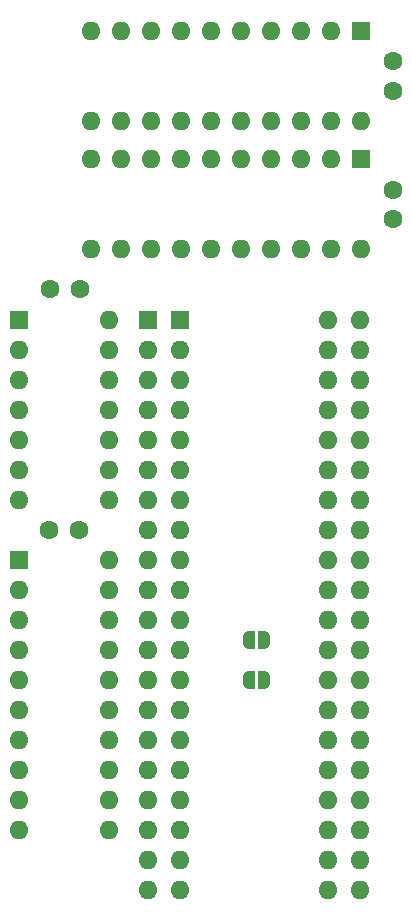
<source format=gbr>
%TF.GenerationSoftware,KiCad,Pcbnew,8.0.2*%
%TF.CreationDate,2024-05-20T19:48:17+02:00*%
%TF.ProjectId,MOS6566_Adapter,4d4f5336-3536-4365-9f41-646170746572,rev?*%
%TF.SameCoordinates,Original*%
%TF.FileFunction,Soldermask,Bot*%
%TF.FilePolarity,Negative*%
%FSLAX46Y46*%
G04 Gerber Fmt 4.6, Leading zero omitted, Abs format (unit mm)*
G04 Created by KiCad (PCBNEW 8.0.2) date 2024-05-20 19:48:17*
%MOMM*%
%LPD*%
G01*
G04 APERTURE LIST*
G04 Aperture macros list*
%AMFreePoly0*
4,1,19,0.500000,-0.750000,0.000000,-0.750000,0.000000,-0.744911,-0.071157,-0.744911,-0.207708,-0.704816,-0.327430,-0.627875,-0.420627,-0.520320,-0.479746,-0.390866,-0.500000,-0.250000,-0.500000,0.250000,-0.479746,0.390866,-0.420627,0.520320,-0.327430,0.627875,-0.207708,0.704816,-0.071157,0.744911,0.000000,0.744911,0.000000,0.750000,0.500000,0.750000,0.500000,-0.750000,0.500000,-0.750000,
$1*%
%AMFreePoly1*
4,1,19,0.000000,0.744911,0.071157,0.744911,0.207708,0.704816,0.327430,0.627875,0.420627,0.520320,0.479746,0.390866,0.500000,0.250000,0.500000,-0.250000,0.479746,-0.390866,0.420627,-0.520320,0.327430,-0.627875,0.207708,-0.704816,0.071157,-0.744911,0.000000,-0.744911,0.000000,-0.750000,-0.500000,-0.750000,-0.500000,0.750000,0.000000,0.750000,0.000000,0.744911,0.000000,0.744911,
$1*%
G04 Aperture macros list end*
%ADD10C,1.600000*%
%ADD11R,1.600000X1.600000*%
%ADD12O,1.600000X1.600000*%
%ADD13FreePoly0,0.000000*%
%ADD14FreePoly1,0.000000*%
G04 APERTURE END LIST*
D10*
%TO.C,C3*%
X107700000Y-52300000D03*
X110200000Y-52300000D03*
%TD*%
%TO.C,C1*%
X136700000Y-46400000D03*
X136700000Y-43900000D03*
%TD*%
%TO.C,C2*%
X136700000Y-35500000D03*
X136700000Y-33000000D03*
%TD*%
D11*
%TO.C,U3*%
X105100000Y-54880000D03*
D12*
X105100000Y-57420000D03*
X105100000Y-59960000D03*
X105100000Y-62500000D03*
X105100000Y-65040000D03*
X105100000Y-67580000D03*
X105100000Y-70120000D03*
X112720000Y-70120000D03*
X112720000Y-67580000D03*
X112720000Y-65040000D03*
X112720000Y-62500000D03*
X112720000Y-59960000D03*
X112720000Y-57420000D03*
X112720000Y-54880000D03*
%TD*%
D11*
%TO.C,U2*%
X116000000Y-54882000D03*
D12*
X116000000Y-57422000D03*
X116000000Y-59962000D03*
X116000000Y-62502000D03*
X116000000Y-65042000D03*
X116000000Y-67582000D03*
X116000000Y-70122000D03*
X116000000Y-72662000D03*
X116000000Y-75202000D03*
X116000000Y-77742000D03*
X116000000Y-80282000D03*
X116000000Y-82822000D03*
X116000000Y-85362000D03*
X116000000Y-87902000D03*
X116000000Y-90442000D03*
X116000000Y-92982000D03*
X116000000Y-95522000D03*
X116000000Y-98062000D03*
X116000000Y-100602000D03*
X116000000Y-103142000D03*
X131240000Y-103142000D03*
X131240000Y-100602000D03*
X131240000Y-98062000D03*
X131240000Y-95522000D03*
X131240000Y-92982000D03*
X131240000Y-90442000D03*
X131240000Y-87902000D03*
X131240000Y-85362000D03*
X131240000Y-82822000D03*
X131240000Y-80282000D03*
X131240000Y-77742000D03*
X131240000Y-75202000D03*
X131240000Y-72662000D03*
X131240000Y-70122000D03*
X131240000Y-67582000D03*
X131240000Y-65042000D03*
X131240000Y-62502000D03*
X131240000Y-59962000D03*
X131240000Y-57422000D03*
X131240000Y-54882000D03*
%TD*%
D11*
%TO.C,U6*%
X134011500Y-41280000D03*
D12*
X131471500Y-41280000D03*
X128931500Y-41280000D03*
X126391500Y-41280000D03*
X123851500Y-41280000D03*
X121311500Y-41280000D03*
X118771500Y-41280000D03*
X116231500Y-41280000D03*
X113691500Y-41280000D03*
X111151500Y-41280000D03*
X111151500Y-48900000D03*
X113691500Y-48900000D03*
X116231500Y-48900000D03*
X118771500Y-48900000D03*
X121311500Y-48900000D03*
X123851500Y-48900000D03*
X126391500Y-48900000D03*
X128931500Y-48900000D03*
X131471500Y-48900000D03*
X134011500Y-48900000D03*
%TD*%
D11*
%TO.C,U5*%
X105084000Y-75250000D03*
D12*
X105084000Y-77790000D03*
X105084000Y-80330000D03*
X105084000Y-82870000D03*
X105084000Y-85410000D03*
X105084000Y-87950000D03*
X105084000Y-90490000D03*
X105084000Y-93030000D03*
X105084000Y-95570000D03*
X105084000Y-98110000D03*
X112704000Y-98110000D03*
X112704000Y-95570000D03*
X112704000Y-93030000D03*
X112704000Y-90490000D03*
X112704000Y-87950000D03*
X112704000Y-85410000D03*
X112704000Y-82870000D03*
X112704000Y-80330000D03*
X112704000Y-77790000D03*
X112704000Y-75250000D03*
%TD*%
D11*
%TO.C,U1*%
X118660000Y-54882000D03*
D12*
X118660000Y-57422000D03*
X118660000Y-59962000D03*
X118660000Y-62502000D03*
X118660000Y-65042000D03*
X118660000Y-67582000D03*
X118660000Y-70122000D03*
X118660000Y-72662000D03*
X118660000Y-75202000D03*
X118660000Y-77742000D03*
X118660000Y-80282000D03*
X118660000Y-82822000D03*
X118660000Y-85362000D03*
X118660000Y-87902000D03*
X118660000Y-90442000D03*
X118660000Y-92982000D03*
X118660000Y-95522000D03*
X118660000Y-98062000D03*
X118660000Y-100602000D03*
X118660000Y-103142000D03*
X133900000Y-103142000D03*
X133900000Y-100602000D03*
X133900000Y-98062000D03*
X133900000Y-95522000D03*
X133900000Y-92982000D03*
X133900000Y-90442000D03*
X133900000Y-87902000D03*
X133900000Y-85362000D03*
X133900000Y-82822000D03*
X133900000Y-80282000D03*
X133900000Y-77742000D03*
X133900000Y-75202000D03*
X133900000Y-72662000D03*
X133900000Y-70122000D03*
X133900000Y-67582000D03*
X133900000Y-65042000D03*
X133900000Y-62502000D03*
X133900000Y-59962000D03*
X133900000Y-57422000D03*
X133900000Y-54882000D03*
%TD*%
D10*
%TO.C,C4*%
X107600000Y-72700000D03*
X110100000Y-72700000D03*
%TD*%
D11*
%TO.C,U4*%
X134007500Y-30430000D03*
D12*
X131467500Y-30430000D03*
X128927500Y-30430000D03*
X126387500Y-30430000D03*
X123847500Y-30430000D03*
X121307500Y-30430000D03*
X118767500Y-30430000D03*
X116227500Y-30430000D03*
X113687500Y-30430000D03*
X111147500Y-30430000D03*
X111147500Y-38050000D03*
X113687500Y-38050000D03*
X116227500Y-38050000D03*
X118767500Y-38050000D03*
X121307500Y-38050000D03*
X123847500Y-38050000D03*
X126387500Y-38050000D03*
X128927500Y-38050000D03*
X131467500Y-38050000D03*
X134007500Y-38050000D03*
%TD*%
D13*
%TO.C,JP2*%
X124500000Y-85400000D03*
D14*
X125800000Y-85400000D03*
%TD*%
D13*
%TO.C,JP1*%
X124500000Y-82000000D03*
D14*
X125800000Y-82000000D03*
%TD*%
M02*

</source>
